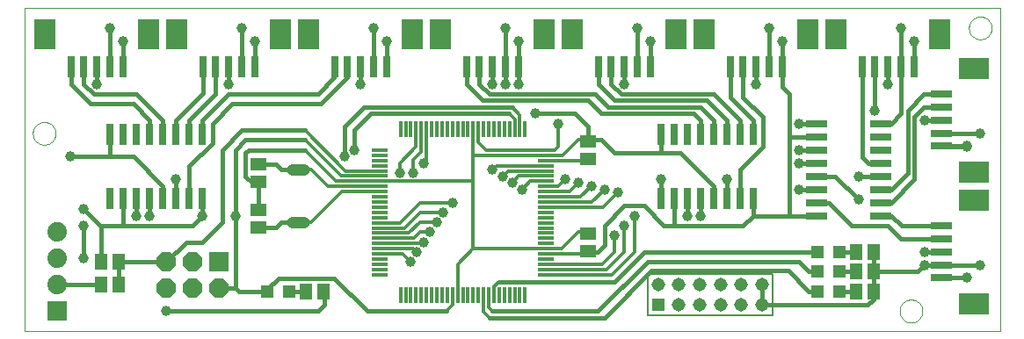
<source format=gtl>
G75*
%MOIN*%
%OFA0B0*%
%FSLAX24Y24*%
%IPPOS*%
%LPD*%
%AMOC8*
5,1,8,0,0,1.08239X$1,22.5*
%
%ADD10C,0.0000*%
%ADD11R,0.0118X0.0591*%
%ADD12R,0.0591X0.0118*%
%ADD13R,0.0512X0.0591*%
%ADD14C,0.0440*%
%ADD15R,0.0591X0.0512*%
%ADD16R,0.0740X0.0740*%
%ADD17C,0.0740*%
%ADD18R,0.0315X0.0787*%
%ADD19R,0.0827X0.1181*%
%ADD20R,0.0787X0.0315*%
%ADD21R,0.1181X0.0827*%
%ADD22R,0.0800X0.0260*%
%ADD23R,0.0260X0.0800*%
%ADD24R,0.0472X0.0472*%
%ADD25OC8,0.0740*%
%ADD26R,0.0515X0.0515*%
%ADD27C,0.0515*%
%ADD28C,0.0050*%
%ADD29C,0.0160*%
%ADD30C,0.0396*%
%ADD31C,0.0120*%
D10*
X000100Y000100D02*
X000100Y012350D01*
X037100Y012350D01*
X037100Y000100D01*
X000100Y000100D01*
X000417Y007600D02*
X000419Y007641D01*
X000425Y007682D01*
X000435Y007722D01*
X000448Y007761D01*
X000465Y007798D01*
X000486Y007834D01*
X000510Y007868D01*
X000537Y007899D01*
X000566Y007927D01*
X000599Y007953D01*
X000633Y007975D01*
X000670Y007994D01*
X000708Y008009D01*
X000748Y008021D01*
X000788Y008029D01*
X000829Y008033D01*
X000871Y008033D01*
X000912Y008029D01*
X000952Y008021D01*
X000992Y008009D01*
X001030Y007994D01*
X001066Y007975D01*
X001101Y007953D01*
X001134Y007927D01*
X001163Y007899D01*
X001190Y007868D01*
X001214Y007834D01*
X001235Y007798D01*
X001252Y007761D01*
X001265Y007722D01*
X001275Y007682D01*
X001281Y007641D01*
X001283Y007600D01*
X001281Y007559D01*
X001275Y007518D01*
X001265Y007478D01*
X001252Y007439D01*
X001235Y007402D01*
X001214Y007366D01*
X001190Y007332D01*
X001163Y007301D01*
X001134Y007273D01*
X001101Y007247D01*
X001067Y007225D01*
X001030Y007206D01*
X000992Y007191D01*
X000952Y007179D01*
X000912Y007171D01*
X000871Y007167D01*
X000829Y007167D01*
X000788Y007171D01*
X000748Y007179D01*
X000708Y007191D01*
X000670Y007206D01*
X000634Y007225D01*
X000599Y007247D01*
X000566Y007273D01*
X000537Y007301D01*
X000510Y007332D01*
X000486Y007366D01*
X000465Y007402D01*
X000448Y007439D01*
X000435Y007478D01*
X000425Y007518D01*
X000419Y007559D01*
X000417Y007600D01*
X033292Y000850D02*
X033294Y000891D01*
X033300Y000932D01*
X033310Y000972D01*
X033323Y001011D01*
X033340Y001048D01*
X033361Y001084D01*
X033385Y001118D01*
X033412Y001149D01*
X033441Y001177D01*
X033474Y001203D01*
X033508Y001225D01*
X033545Y001244D01*
X033583Y001259D01*
X033623Y001271D01*
X033663Y001279D01*
X033704Y001283D01*
X033746Y001283D01*
X033787Y001279D01*
X033827Y001271D01*
X033867Y001259D01*
X033905Y001244D01*
X033941Y001225D01*
X033976Y001203D01*
X034009Y001177D01*
X034038Y001149D01*
X034065Y001118D01*
X034089Y001084D01*
X034110Y001048D01*
X034127Y001011D01*
X034140Y000972D01*
X034150Y000932D01*
X034156Y000891D01*
X034158Y000850D01*
X034156Y000809D01*
X034150Y000768D01*
X034140Y000728D01*
X034127Y000689D01*
X034110Y000652D01*
X034089Y000616D01*
X034065Y000582D01*
X034038Y000551D01*
X034009Y000523D01*
X033976Y000497D01*
X033942Y000475D01*
X033905Y000456D01*
X033867Y000441D01*
X033827Y000429D01*
X033787Y000421D01*
X033746Y000417D01*
X033704Y000417D01*
X033663Y000421D01*
X033623Y000429D01*
X033583Y000441D01*
X033545Y000456D01*
X033509Y000475D01*
X033474Y000497D01*
X033441Y000523D01*
X033412Y000551D01*
X033385Y000582D01*
X033361Y000616D01*
X033340Y000652D01*
X033323Y000689D01*
X033310Y000728D01*
X033300Y000768D01*
X033294Y000809D01*
X033292Y000850D01*
X035917Y011600D02*
X035919Y011641D01*
X035925Y011682D01*
X035935Y011722D01*
X035948Y011761D01*
X035965Y011798D01*
X035986Y011834D01*
X036010Y011868D01*
X036037Y011899D01*
X036066Y011927D01*
X036099Y011953D01*
X036133Y011975D01*
X036170Y011994D01*
X036208Y012009D01*
X036248Y012021D01*
X036288Y012029D01*
X036329Y012033D01*
X036371Y012033D01*
X036412Y012029D01*
X036452Y012021D01*
X036492Y012009D01*
X036530Y011994D01*
X036566Y011975D01*
X036601Y011953D01*
X036634Y011927D01*
X036663Y011899D01*
X036690Y011868D01*
X036714Y011834D01*
X036735Y011798D01*
X036752Y011761D01*
X036765Y011722D01*
X036775Y011682D01*
X036781Y011641D01*
X036783Y011600D01*
X036781Y011559D01*
X036775Y011518D01*
X036765Y011478D01*
X036752Y011439D01*
X036735Y011402D01*
X036714Y011366D01*
X036690Y011332D01*
X036663Y011301D01*
X036634Y011273D01*
X036601Y011247D01*
X036567Y011225D01*
X036530Y011206D01*
X036492Y011191D01*
X036452Y011179D01*
X036412Y011171D01*
X036371Y011167D01*
X036329Y011167D01*
X036288Y011171D01*
X036248Y011179D01*
X036208Y011191D01*
X036170Y011206D01*
X036134Y011225D01*
X036099Y011247D01*
X036066Y011273D01*
X036037Y011301D01*
X036010Y011332D01*
X035986Y011366D01*
X035965Y011402D01*
X035948Y011439D01*
X035935Y011478D01*
X035925Y011518D01*
X035919Y011559D01*
X035917Y011600D01*
D11*
X019087Y007750D03*
X018890Y007750D03*
X018694Y007750D03*
X018497Y007750D03*
X018300Y007750D03*
X018103Y007750D03*
X017906Y007750D03*
X017709Y007750D03*
X017512Y007750D03*
X017316Y007750D03*
X017119Y007750D03*
X016922Y007750D03*
X016725Y007750D03*
X016528Y007750D03*
X016331Y007750D03*
X016134Y007750D03*
X015938Y007750D03*
X015741Y007750D03*
X015544Y007750D03*
X015347Y007750D03*
X015150Y007750D03*
X014953Y007750D03*
X014756Y007750D03*
X014560Y007750D03*
X014363Y007750D03*
X014363Y001450D03*
X014560Y001450D03*
X014756Y001450D03*
X014953Y001450D03*
X015150Y001450D03*
X015347Y001450D03*
X015544Y001450D03*
X015741Y001450D03*
X015938Y001450D03*
X016134Y001450D03*
X016331Y001450D03*
X016528Y001450D03*
X016725Y001450D03*
X016922Y001450D03*
X017119Y001450D03*
X017316Y001450D03*
X017512Y001450D03*
X017709Y001450D03*
X017906Y001450D03*
X018103Y001450D03*
X018300Y001450D03*
X018497Y001450D03*
X018694Y001450D03*
X018890Y001450D03*
X019087Y001450D03*
D12*
X019875Y002238D03*
X019875Y002435D03*
X019875Y002631D03*
X019875Y002828D03*
X019875Y003025D03*
X019875Y003222D03*
X019875Y003419D03*
X019875Y003616D03*
X019875Y003813D03*
X019875Y004009D03*
X019875Y004206D03*
X019875Y004403D03*
X019875Y004600D03*
X019875Y004797D03*
X019875Y004994D03*
X019875Y005191D03*
X019875Y005387D03*
X019875Y005584D03*
X019875Y005781D03*
X019875Y005978D03*
X019875Y006175D03*
X019875Y006372D03*
X019875Y006569D03*
X019875Y006765D03*
X019875Y006962D03*
X013575Y006962D03*
X013575Y006765D03*
X013575Y006569D03*
X013575Y006372D03*
X013575Y006175D03*
X013575Y005978D03*
X013575Y005781D03*
X013575Y005584D03*
X013575Y005387D03*
X013575Y005191D03*
X013575Y004994D03*
X013575Y004797D03*
X013575Y004600D03*
X013575Y004403D03*
X013575Y004206D03*
X013575Y004009D03*
X013575Y003813D03*
X013575Y003616D03*
X013575Y003419D03*
X013575Y003222D03*
X013575Y003025D03*
X013575Y002828D03*
X013575Y002631D03*
X013575Y002435D03*
X013575Y002238D03*
D13*
X011435Y001600D03*
X010765Y001600D03*
X003685Y001850D03*
X003015Y001850D03*
X003015Y002725D03*
X003685Y002725D03*
X031640Y002350D03*
X032310Y002350D03*
X032310Y001600D03*
X031640Y001600D03*
X031640Y003100D03*
X032310Y003100D03*
D14*
X010695Y004225D02*
X010255Y004225D01*
X010255Y006225D02*
X010695Y006225D01*
D15*
X008975Y006435D03*
X008975Y005765D03*
X008975Y004685D03*
X008975Y004015D03*
X021475Y003810D03*
X021475Y003140D03*
X021475Y006640D03*
X021475Y007310D03*
D16*
X007475Y002725D03*
X001350Y000850D03*
D17*
X001350Y001850D03*
X001350Y002850D03*
X001350Y003850D03*
D18*
X001866Y010116D03*
X002358Y010116D03*
X002850Y010116D03*
X003342Y010116D03*
X003834Y010116D03*
X006866Y010116D03*
X007358Y010116D03*
X007850Y010116D03*
X008342Y010116D03*
X008834Y010116D03*
X011866Y010116D03*
X012358Y010116D03*
X012850Y010116D03*
X013342Y010116D03*
X013834Y010116D03*
X016866Y010116D03*
X017358Y010116D03*
X017850Y010116D03*
X018342Y010116D03*
X018834Y010116D03*
X021866Y010116D03*
X022358Y010116D03*
X022850Y010116D03*
X023342Y010116D03*
X023834Y010116D03*
X026866Y010116D03*
X027358Y010116D03*
X027850Y010116D03*
X028342Y010116D03*
X028834Y010116D03*
X031866Y010116D03*
X032358Y010116D03*
X032850Y010116D03*
X033342Y010116D03*
X033834Y010116D03*
D19*
X034819Y011346D03*
X030881Y011346D03*
X029819Y011346D03*
X025881Y011346D03*
X024819Y011346D03*
X020881Y011346D03*
X019819Y011346D03*
X015881Y011346D03*
X014819Y011346D03*
X010881Y011346D03*
X009819Y011346D03*
X005881Y011346D03*
X004819Y011346D03*
X000881Y011346D03*
D20*
X034866Y009084D03*
X034866Y008592D03*
X034866Y008100D03*
X034866Y007608D03*
X034866Y007116D03*
X034866Y004084D03*
X034866Y003592D03*
X034866Y003100D03*
X034866Y002608D03*
X034866Y002116D03*
D21*
X036096Y001131D03*
X036096Y005069D03*
X036096Y006131D03*
X036096Y010069D03*
D22*
X032560Y007975D03*
X032560Y007475D03*
X032560Y006975D03*
X032560Y006475D03*
X032560Y005975D03*
X032560Y005475D03*
X032560Y004975D03*
X032560Y004475D03*
X030140Y004475D03*
X030140Y004975D03*
X030140Y005475D03*
X030140Y005975D03*
X030140Y006475D03*
X030140Y006975D03*
X030140Y007475D03*
X030140Y007975D03*
D23*
X027725Y007560D03*
X027225Y007560D03*
X026725Y007560D03*
X026225Y007560D03*
X025725Y007560D03*
X025225Y007560D03*
X024725Y007560D03*
X024225Y007560D03*
X024225Y005140D03*
X024725Y005140D03*
X025225Y005140D03*
X025725Y005140D03*
X026225Y005140D03*
X026725Y005140D03*
X027225Y005140D03*
X027725Y005140D03*
X006850Y005140D03*
X006350Y005140D03*
X005850Y005140D03*
X005350Y005140D03*
X004850Y005140D03*
X004350Y005140D03*
X003850Y005140D03*
X003350Y005140D03*
X003350Y007560D03*
X003850Y007560D03*
X004350Y007560D03*
X004850Y007560D03*
X005350Y007560D03*
X005850Y007560D03*
X006350Y007560D03*
X006850Y007560D03*
D24*
X009312Y001600D03*
X010138Y001600D03*
X030187Y001600D03*
X031013Y001600D03*
X031013Y002350D03*
X030187Y002350D03*
X030187Y003100D03*
X031013Y003100D03*
D25*
X007475Y001725D03*
X006475Y001725D03*
X005475Y001725D03*
X005475Y002725D03*
X006475Y002725D03*
D26*
X024131Y001081D03*
D27*
X024919Y001081D03*
X025706Y001081D03*
X026494Y001081D03*
X027281Y001081D03*
X028069Y001081D03*
X028069Y001869D03*
X027281Y001869D03*
X026494Y001869D03*
X025706Y001869D03*
X024919Y001869D03*
X024131Y001869D03*
D28*
X023738Y002262D02*
X023738Y000688D01*
X028462Y000688D01*
X028462Y002262D01*
X023738Y002262D01*
D29*
X023888Y002388D02*
X029062Y002388D01*
X029850Y001600D01*
X030187Y001600D01*
X031013Y001600D02*
X031640Y001600D01*
X032310Y001600D02*
X032310Y001310D01*
X032081Y001081D01*
X028069Y001081D01*
X028069Y001869D01*
X029475Y002725D02*
X029850Y002350D01*
X030187Y002350D01*
X031013Y002350D02*
X031640Y002350D01*
X032310Y002350D02*
X032310Y003100D01*
X031640Y003100D02*
X031013Y003100D01*
X030187Y003100D02*
X023600Y003100D01*
X022475Y001975D01*
X018100Y001975D01*
X017850Y000850D02*
X021850Y000850D01*
X023725Y002725D01*
X029475Y002725D01*
X032310Y002350D02*
X033975Y002350D01*
X034225Y002600D01*
X034858Y002600D01*
X034866Y002608D01*
X036350Y002608D01*
X035850Y002116D02*
X034866Y002116D01*
X032310Y002350D02*
X032310Y001600D01*
X034225Y003100D02*
X034866Y003100D01*
X034866Y003592D02*
X033358Y003592D01*
X032850Y004100D01*
X031475Y004100D01*
X030600Y004975D01*
X030140Y004975D01*
X030140Y004475D02*
X029100Y004475D01*
X029100Y007475D01*
X029100Y009100D01*
X028834Y009366D01*
X028834Y010116D01*
X028850Y010116D01*
X028850Y011100D01*
X028350Y011600D02*
X028350Y010116D01*
X028342Y010116D01*
X027850Y010116D02*
X027850Y009475D01*
X027358Y008967D02*
X028100Y008225D01*
X028100Y007100D01*
X028108Y007108D01*
X028100Y007100D02*
X027225Y006225D01*
X027225Y005140D01*
X027725Y005140D02*
X027725Y004475D01*
X027350Y004100D01*
X024725Y004100D01*
X024350Y004100D01*
X023600Y004850D01*
X022850Y004850D01*
X022100Y004100D01*
X022100Y003350D01*
X021850Y003100D01*
X021515Y003100D01*
X021475Y003140D01*
X023888Y002388D02*
X022100Y000600D01*
X017725Y000600D01*
X016100Y000850D02*
X013100Y000850D01*
X011850Y002100D01*
X009725Y002100D01*
X009312Y001687D01*
X009312Y001600D01*
X008225Y001600D01*
X008100Y001725D01*
X008100Y004475D01*
X008100Y006975D01*
X008475Y007350D01*
X010725Y007350D01*
X010725Y006975D02*
X008600Y006975D01*
X008475Y006850D01*
X008475Y005975D01*
X008725Y005725D01*
X008975Y005725D01*
X008975Y004685D01*
X009640Y004015D02*
X009850Y004225D01*
X010475Y004225D01*
X009640Y004015D02*
X008975Y004015D01*
X007600Y004225D02*
X006850Y003475D01*
X006225Y003475D01*
X005475Y002725D01*
X003685Y002725D01*
X003685Y001850D01*
X003015Y001850D02*
X001350Y001850D01*
X003015Y002725D02*
X003015Y004060D01*
X002350Y004725D01*
X003850Y005140D02*
X003850Y004100D01*
X003015Y004100D01*
X003015Y004060D01*
X002350Y004100D02*
X002350Y002850D01*
X003850Y004100D02*
X006475Y004100D01*
X006850Y004475D01*
X006850Y005140D01*
X006350Y005140D02*
X006350Y006350D01*
X007225Y007225D01*
X007225Y007975D01*
X007975Y008725D01*
X011350Y008725D01*
X012358Y009733D01*
X012358Y010116D01*
X012850Y010116D02*
X012850Y009475D01*
X011850Y009725D02*
X011850Y010100D01*
X011866Y010116D01*
X011850Y009725D02*
X011225Y009100D01*
X007850Y009100D01*
X006850Y008100D01*
X006850Y007560D01*
X006350Y007560D02*
X006350Y008100D01*
X007350Y009100D01*
X007350Y010108D01*
X007358Y010116D01*
X006866Y010116D02*
X006866Y009116D01*
X005850Y008100D01*
X005850Y007560D01*
X005350Y007560D02*
X005350Y008100D01*
X004350Y009100D01*
X002725Y009100D01*
X002358Y009467D01*
X002358Y010116D01*
X002850Y010116D02*
X002850Y009475D01*
X002600Y008725D02*
X001866Y009459D01*
X001866Y010116D01*
X003342Y010116D02*
X003342Y011592D01*
X003350Y011600D01*
X003350Y010116D01*
X003342Y010116D01*
X003834Y010116D02*
X003834Y011084D01*
X003850Y011100D01*
X003850Y010116D01*
X003834Y010116D01*
X004225Y008725D02*
X002600Y008725D01*
X004225Y008725D02*
X004850Y008100D01*
X004850Y007560D01*
X003350Y007560D02*
X003350Y006725D01*
X004225Y006725D01*
X005350Y005600D01*
X005350Y005140D01*
X004850Y005140D02*
X004850Y004475D01*
X004350Y004475D02*
X004350Y005140D01*
X005850Y005140D02*
X005850Y005850D01*
X003350Y006725D02*
X001850Y006725D01*
X007600Y006975D02*
X007600Y004225D01*
X008975Y005725D02*
X008975Y005765D01*
X009640Y006435D02*
X009850Y006225D01*
X010475Y006225D01*
X009640Y006435D02*
X008975Y006435D01*
X008350Y007725D02*
X007600Y006975D01*
X008350Y007725D02*
X010725Y007725D01*
X012225Y007850D02*
X012225Y006725D01*
X012600Y006975D02*
X012600Y007725D01*
X013225Y008350D01*
X018475Y008350D01*
X018600Y008600D02*
X012975Y008600D01*
X012225Y007850D01*
X007850Y009475D02*
X007850Y010116D01*
X008342Y010116D02*
X008342Y011600D01*
X008834Y011100D02*
X008834Y010116D01*
X013342Y010116D02*
X013342Y011600D01*
X013834Y011100D02*
X013834Y010116D01*
X016866Y010116D02*
X016866Y009459D01*
X017475Y008850D01*
X021475Y008850D01*
X021975Y008350D01*
X025475Y008350D01*
X025725Y008100D01*
X025725Y007560D01*
X026225Y007560D02*
X026225Y008100D01*
X025725Y008600D01*
X022225Y008600D01*
X021725Y009100D01*
X017725Y009100D01*
X017358Y009467D01*
X017358Y010116D01*
X017850Y010116D02*
X017850Y009475D01*
X018342Y009483D02*
X018350Y009475D01*
X018342Y009483D02*
X018342Y010116D01*
X018342Y011600D01*
X018850Y011100D02*
X018850Y010116D01*
X018834Y010116D01*
X018834Y009491D01*
X018850Y009475D01*
X021866Y009459D02*
X022475Y008850D01*
X025975Y008850D01*
X026725Y008100D01*
X026725Y007560D01*
X027225Y007560D02*
X027225Y008100D01*
X026225Y009100D01*
X022725Y009100D01*
X022358Y009467D01*
X022358Y010116D01*
X022850Y010116D02*
X022850Y009475D01*
X021866Y009459D02*
X021866Y010116D01*
X023342Y010116D02*
X023350Y010116D01*
X023350Y011600D01*
X023342Y011600D01*
X023342Y010116D01*
X023834Y010116D02*
X023834Y011100D01*
X026866Y010116D02*
X026866Y008959D01*
X027725Y008100D01*
X027725Y007560D01*
X029100Y007475D02*
X030140Y007475D01*
X030140Y006975D02*
X029475Y006975D01*
X029475Y006475D02*
X030140Y006475D01*
X031866Y006709D02*
X032100Y006475D01*
X032560Y006475D01*
X031866Y006709D02*
X031866Y010116D01*
X032350Y010116D02*
X032350Y008475D01*
X032975Y007975D02*
X033350Y008350D01*
X033350Y010108D01*
X033342Y010116D01*
X033342Y011600D01*
X033834Y011100D02*
X033834Y010116D01*
X032850Y010116D02*
X032850Y009475D01*
X033600Y008475D02*
X034209Y009084D01*
X034866Y009084D01*
X034866Y008592D02*
X034217Y008592D01*
X033850Y008225D01*
X033850Y005850D01*
X032975Y004975D01*
X032560Y004975D01*
X031725Y005100D02*
X030850Y005975D01*
X030140Y005975D01*
X030140Y005475D02*
X029475Y005475D01*
X031725Y005975D02*
X032560Y005975D01*
X032975Y005475D02*
X033600Y006100D01*
X033600Y008475D01*
X034225Y008100D02*
X034866Y008100D01*
X034866Y007608D02*
X036342Y007608D01*
X036350Y007600D01*
X036350Y007608D02*
X034866Y007608D01*
X034866Y007116D02*
X034866Y007100D01*
X035850Y007100D01*
X035850Y007116D02*
X034866Y007116D01*
X032975Y007975D02*
X032560Y007975D01*
X030140Y007975D02*
X029475Y007975D01*
X027358Y008967D02*
X027358Y010116D01*
X032350Y010116D02*
X032358Y010116D01*
X024225Y007560D02*
X024225Y006850D01*
X022475Y006850D01*
X021975Y007350D01*
X021515Y007350D01*
X021475Y007310D01*
X021475Y007850D01*
X020975Y008350D01*
X019475Y008350D01*
X024225Y006850D02*
X024975Y006850D01*
X026225Y005600D01*
X026225Y005140D01*
X025725Y005140D02*
X025725Y004475D01*
X025225Y004475D02*
X025225Y005140D01*
X024725Y005140D02*
X024725Y005350D01*
X024725Y005140D02*
X024725Y004100D01*
X027725Y004475D02*
X029100Y004475D01*
X026725Y005140D02*
X026725Y005850D01*
X024225Y005850D02*
X024225Y005140D01*
X021475Y006640D02*
X021422Y006569D01*
X032560Y005475D02*
X032975Y005475D01*
X032975Y004475D02*
X032560Y004475D01*
X032975Y004475D02*
X033366Y004084D01*
X034866Y004084D01*
X011475Y001560D02*
X011475Y001100D01*
X011225Y000850D01*
X005475Y000850D01*
X007475Y001725D02*
X008100Y001725D01*
X010138Y001600D02*
X010765Y001600D01*
X011435Y001600D02*
X011475Y001560D01*
D30*
X014725Y002725D03*
X014975Y003100D03*
X015225Y003475D03*
X015475Y003850D03*
X015725Y004225D03*
X015975Y004600D03*
X016350Y004975D03*
X018600Y005725D03*
X018225Y005975D03*
X017850Y006225D03*
X018975Y005475D03*
X020600Y005850D03*
X021100Y005725D03*
X021600Y005600D03*
X022100Y005475D03*
X022600Y005350D03*
X024225Y005850D03*
X026725Y005850D03*
X029475Y005475D03*
X031725Y005100D03*
X031725Y005975D03*
X029475Y006475D03*
X029475Y006975D03*
X029475Y007975D03*
X032350Y008475D03*
X034225Y008100D03*
X036350Y007608D03*
X036350Y007600D03*
X035850Y007116D03*
X035850Y007100D03*
X032850Y009475D03*
X033834Y011100D03*
X033342Y011600D03*
X028850Y011100D03*
X028350Y011600D03*
X023834Y011100D03*
X023350Y011600D03*
X023342Y011600D03*
X018850Y011100D03*
X018342Y011600D03*
X013834Y011100D03*
X013342Y011600D03*
X008834Y011100D03*
X008342Y011600D03*
X003850Y011100D03*
X003350Y011600D03*
X002850Y009475D03*
X007850Y009475D03*
X012850Y009475D03*
X017850Y009475D03*
X018350Y009475D03*
X018850Y009475D03*
X019475Y008350D03*
X020350Y007975D03*
X022850Y009475D03*
X027850Y009475D03*
X015225Y006475D03*
X014850Y006100D03*
X014350Y006100D03*
X012225Y006725D03*
X012600Y006975D03*
X005850Y005850D03*
X002350Y004725D03*
X002350Y004100D03*
X004350Y004475D03*
X004850Y004475D03*
X006850Y004475D03*
X008100Y004475D03*
X002350Y002850D03*
X005475Y000850D03*
X022475Y003725D03*
X022850Y004100D03*
X023225Y004475D03*
X025225Y004475D03*
X025725Y004475D03*
X034225Y003100D03*
X034225Y002600D03*
X035850Y002116D03*
X036350Y002608D03*
X001850Y006725D03*
D31*
X010475Y006225D02*
X010975Y006225D01*
X011616Y005584D01*
X013575Y005584D01*
X013575Y005387D02*
X012137Y005387D01*
X010975Y004225D01*
X010475Y004225D01*
X013575Y004206D02*
X014331Y004206D01*
X015100Y004975D01*
X016350Y004975D01*
X015975Y004600D02*
X015100Y004600D01*
X014509Y004009D01*
X013575Y004009D01*
X013575Y003813D02*
X014688Y003813D01*
X015100Y004225D01*
X015725Y004225D01*
X015475Y003850D02*
X015100Y003850D01*
X014866Y003616D01*
X013575Y003616D01*
X013575Y003419D02*
X015169Y003419D01*
X015225Y003475D01*
X014853Y003222D02*
X014975Y003100D01*
X014853Y003222D02*
X013575Y003222D01*
X013575Y003025D02*
X014425Y003025D01*
X014725Y002725D01*
X016528Y002631D02*
X017119Y003222D01*
X017119Y005781D01*
X013575Y005781D01*
X011919Y005781D01*
X010725Y006975D01*
X010725Y007350D02*
X012097Y005978D01*
X013575Y005978D01*
X013575Y006175D02*
X012275Y006175D01*
X010725Y007725D01*
X014350Y006475D02*
X014350Y006100D01*
X014850Y006100D02*
X014850Y006600D01*
X015150Y006900D01*
X015150Y007750D01*
X014953Y007750D02*
X014953Y007078D01*
X014350Y006475D01*
X015225Y006475D02*
X015347Y006597D01*
X015347Y007750D01*
X017119Y007750D02*
X017119Y006765D01*
X017119Y005781D01*
X018225Y005975D02*
X018425Y006175D01*
X019875Y006175D01*
X019875Y005978D02*
X018853Y005978D01*
X018600Y005725D01*
X018975Y005475D02*
X019281Y005781D01*
X019875Y005781D01*
X019875Y005584D02*
X020334Y005584D01*
X020600Y005850D01*
X020762Y005387D02*
X021100Y005725D01*
X020762Y005387D02*
X019875Y005387D01*
X019875Y005191D02*
X021191Y005191D01*
X021600Y005600D01*
X022100Y005475D02*
X021619Y004994D01*
X019875Y004994D01*
X019875Y004797D02*
X022047Y004797D01*
X022600Y005350D01*
X023225Y004475D02*
X023225Y003100D01*
X022363Y002238D01*
X019875Y002238D01*
X019875Y002435D02*
X022185Y002435D01*
X022850Y003100D01*
X022850Y004100D01*
X022475Y003725D02*
X022475Y003100D01*
X022006Y002631D01*
X019875Y002631D01*
X019875Y003025D02*
X021360Y003025D01*
X021475Y003140D01*
X021100Y003850D02*
X020472Y003222D01*
X019875Y003222D01*
X017119Y003222D01*
X016528Y002631D02*
X016528Y001450D01*
X016331Y001450D02*
X016331Y001081D01*
X016100Y000850D01*
X017512Y000813D02*
X017725Y000600D01*
X017850Y000850D02*
X017709Y000991D01*
X017709Y001450D01*
X017512Y001450D02*
X017512Y000813D01*
X017906Y001781D02*
X018100Y001975D01*
X021100Y003850D02*
X021435Y003850D01*
X021475Y003810D01*
X017997Y006372D02*
X017850Y006225D01*
X017997Y006372D02*
X019875Y006372D01*
X019875Y006569D02*
X021403Y006569D01*
X021475Y006640D01*
X021100Y007350D02*
X020515Y006765D01*
X019875Y006765D01*
X017119Y006765D01*
X017316Y007259D02*
X017613Y006962D01*
X019875Y006962D01*
X020212Y006962D01*
X020350Y007100D01*
X020350Y007975D01*
X018890Y007750D02*
X018890Y008310D01*
X018600Y008600D01*
X018475Y008350D02*
X018694Y008131D01*
X018694Y007750D01*
X017316Y007750D02*
X017316Y007259D01*
X021100Y007350D02*
X021435Y007350D01*
X021475Y007310D01*
M02*

</source>
